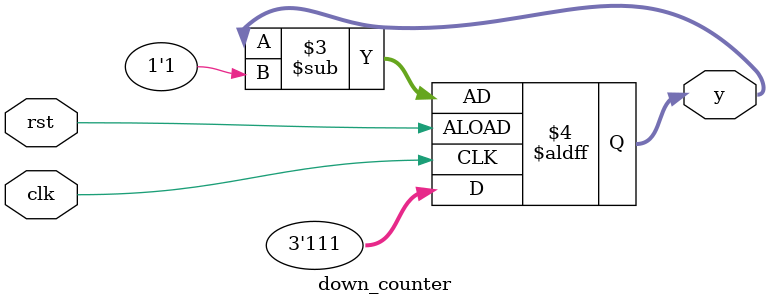
<source format=v>
module down_counter(y,clk,rst);
input clk,rst;
output reg[2:0]y;
always @(posedge clk or posedge rst)
begin 
 if(rst==1'b0) begin 
  y<=3'b111;
 end
 else begin 
  y<=y-1'b1;
 end 
end 
endmodule  
</source>
